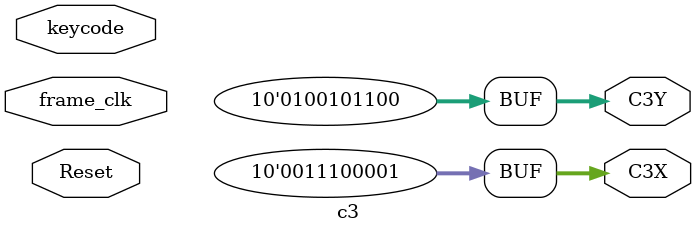
<source format=sv>



module  c3 ( input Reset, frame_clk, input [7:0] keycode,
               output [9:0]  C3X, C3Y);
    
       
    assign C3X = 225;
   
    assign C3Y = 300;
    

endmodule

</source>
